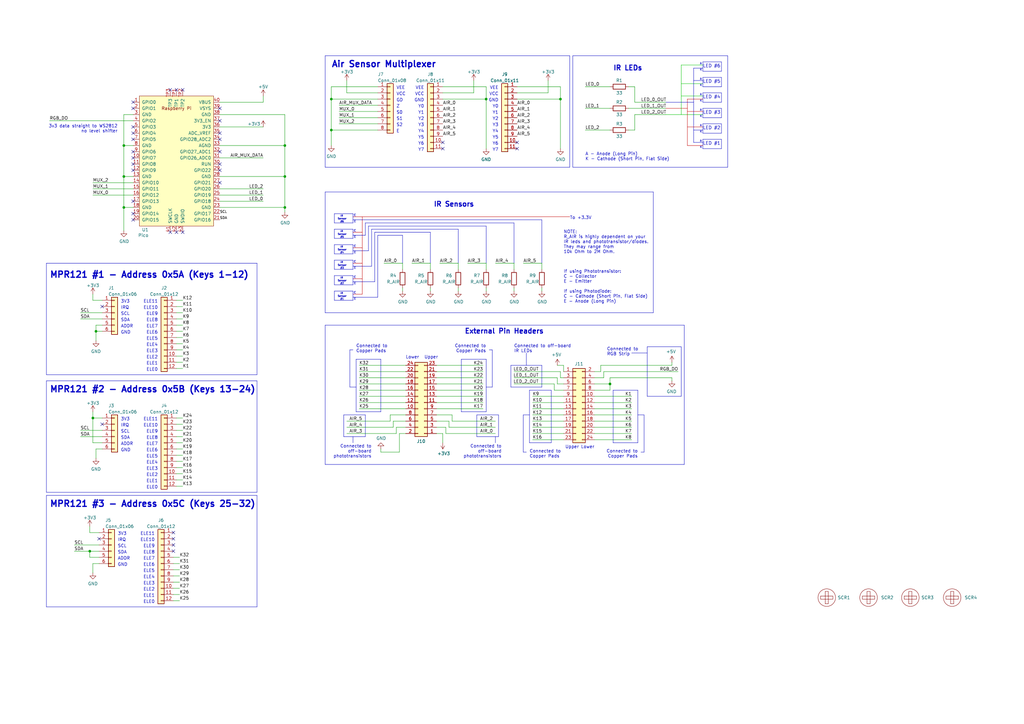
<source format=kicad_sch>
(kicad_sch (version 20230121) (generator eeschema)
  (paper "A3")
  (junction (at 39.37 135.89))
  (junction (at 135.89 40.64))
  (junction (at 50.8 72.39))
  (junction (at 135.89 53.34))
  (junction (at 50.8 59.69))
  (junction (at 116.84 59.69))
  (junction (at 199.39 40.64))
  (junction (at 50.8 85.09))
  (junction (at 38.1 171.45))
  (junction (at 116.84 72.39))
  (junction (at 116.84 85.09))
  (junction (at 229.87 40.64))
  (junction (at 250.19 157.48))
  (junction (at 36.83 226.06))
  (no_connect (at 54.61 87.63))
  (no_connect (at 90.17 44.45))
  (no_connect (at 212.09 60.96))
  (no_connect (at 54.61 67.31))
  (no_connect (at 40.64 220.98))
  (no_connect (at 54.61 41.91))
  (no_connect (at 41.91 173.99))
  (no_connect (at 54.61 44.45))
  (no_connect (at 72.39 95.25))
  (no_connect (at 54.61 64.77))
  (no_connect (at 181.61 60.96))
  (no_connect (at 90.17 54.61))
  (no_connect (at 90.17 57.15))
  (no_connect (at 71.12 226.06))
  (no_connect (at 71.12 220.98))
  (no_connect (at 90.17 69.85))
  (no_connect (at 212.09 58.42))
  (no_connect (at 54.61 82.55))
  (no_connect (at 54.61 54.61))
  (no_connect (at 72.39 36.83))
  (no_connect (at 71.12 218.44))
  (no_connect (at 71.12 223.52))
  (no_connect (at 181.61 58.42))
  (no_connect (at 69.85 36.83))
  (no_connect (at 90.17 49.53))
  (no_connect (at 54.61 69.85))
  (no_connect (at 54.61 57.15))
  (no_connect (at 90.17 74.93))
  (no_connect (at 90.17 62.23))
  (no_connect (at 69.85 95.25))
  (no_connect (at 54.61 90.17))
  (no_connect (at 54.61 62.23))
  (no_connect (at 74.93 95.25))
  (no_connect (at 74.93 36.83))
  (no_connect (at 41.91 125.73))
  (no_connect (at 90.17 67.31))
  (no_connect (at 54.61 52.07))
  (polyline (pts (xy 144.78 97.79) (xy 144.78 93.98)))
  (wire (pts (xy 166.37 175.26) (xy 162.56 175.26)))
  (wire (pts (xy 41.91 133.35) (xy 39.37 133.35)))
  (wire (pts (xy 160.02 172.72) (xy 142.24 172.72)))
  (wire (pts (xy 38.1 77.47) (xy 54.61 77.47)))
  (wire (pts (xy 72.39 128.27) (xy 74.93 128.27)))
  (wire (pts (xy 229.87 40.64) (xy 229.87 35.56)))
  (polyline (pts (xy 19.05 107.95) (xy 19.05 153.67)))
  (wire (pts (xy 135.89 59.69) (xy 135.89 53.34)))
  (wire (pts (xy 229.87 35.56) (xy 212.09 35.56)))
  (wire (pts (xy 229.87 60.96) (xy 229.87 40.64)))
  (polyline (pts (xy 143.51 143.51) (xy 143.51 158.75)))
  (wire (pts (xy 90.17 85.09) (xy 116.84 85.09)))
  (wire (pts (xy 246.38 149.86) (xy 275.59 149.86)))
  (polyline (pts (xy 137.16 110.49) (xy 137.16 106.68)))
  (wire (pts (xy 243.84 165.1) (xy 259.08 165.1)))
  (wire (pts (xy 168.91 107.95) (xy 176.53 107.95)))
  (polyline (pts (xy 144.78 102.87) (xy 151.13 102.87)))
  (wire (pts (xy 71.12 228.6) (xy 73.66 228.6)))
  (polyline (pts (xy 137.16 116.84) (xy 137.16 113.03)))
  (polyline (pts (xy 295.91 54.61) (xy 295.91 50.8)))
  (polyline (pts (xy 149.86 91.44) (xy 210.82 91.44)))
  (polyline (pts (xy 105.41 107.95) (xy 105.41 153.67)))
  (polyline (pts (xy 234.95 22.86) (xy 298.45 22.86)))
  (polyline (pts (xy 144.78 115.57) (xy 153.67 115.57)))
  (polyline (pts (xy 273.05 44.45) (xy 281.94 44.45)) (stroke (width 0) (color 194 0 0 1)))
  (wire (pts (xy 250.19 160.02) (xy 250.19 157.48)))
  (polyline (pts (xy 19.05 201.93) (xy 105.41 201.93)))
  (polyline (pts (xy 267.97 128.27) (xy 133.35 128.27)))
  (polyline (pts (xy 149.86 96.52) (xy 149.86 91.44)))
  (polyline (pts (xy 137.16 116.84) (xy 144.78 116.84)))
  (polyline (pts (xy 156.21 147.32) (xy 156.21 168.91)))
  (wire (pts (xy 33.02 176.53) (xy 41.91 176.53)))
  (wire (pts (xy 180.34 107.95) (xy 187.96 107.95)))
  (polyline (pts (xy 19.05 156.21) (xy 19.05 201.93)))
  (polyline (pts (xy 288.29 48.26) (xy 295.91 48.26)))
  (wire (pts (xy 165.1 119.38) (xy 165.1 118.11)))
  (polyline (pts (xy 176.53 95.25) (xy 176.53 107.95)))
  (wire (pts (xy 166.37 177.8) (xy 163.83 177.8)))
  (polyline (pts (xy 144.78 95.25) (xy 148.59 95.25)) (stroke (width 0) (color 194 0 0 1)))
  (wire (pts (xy 166.37 170.18) (xy 160.02 170.18)))
  (polyline (pts (xy 262.89 185.42) (xy 264.16 185.42)))
  (polyline (pts (xy 222.25 149.86) (xy 209.55 149.86)))
  (polyline (pts (xy 222.25 158.75) (xy 222.25 149.86)))
  (polyline (pts (xy 195.58 170.18) (xy 195.58 179.07)))
  (wire (pts (xy 176.53 107.95) (xy 176.53 110.49)))
  (wire (pts (xy 275.59 149.86) (xy 275.59 148.59)))
  (polyline (pts (xy 288.29 33.02) (xy 284.48 33.02)))
  (polyline (pts (xy 288.29 60.96) (xy 288.29 57.15)))
  (polyline (pts (xy 288.29 54.61) (xy 295.91 54.61)))
  (wire (pts (xy 72.39 140.97) (xy 74.93 140.97)))
  (polyline (pts (xy 215.9 185.42) (xy 214.63 185.42)))
  (polyline (pts (xy 295.91 31.75) (xy 288.29 31.75)))
  (wire (pts (xy 50.8 85.09) (xy 50.8 94.615)))
  (wire (pts (xy 243.84 177.8) (xy 259.08 177.8)))
  (polyline (pts (xy 281.94 59.69) (xy 281.94 40.64)) (stroke (width 0) (color 194 0 0 1)))
  (wire (pts (xy 139.065 48.26) (xy 154.94 48.26)))
  (wire (pts (xy 90.17 52.07) (xy 107.95 52.07)))
  (polyline (pts (xy 288.29 39.37) (xy 279.4 39.37)) (stroke (width 0) (color 0 194 0 1)))
  (wire (pts (xy 33.02 130.81) (xy 41.91 130.81)))
  (wire (pts (xy 38.1 171.45) (xy 38.1 181.61)))
  (wire (pts (xy 54.61 46.99) (xy 50.8 46.99)))
  (polyline (pts (xy 261.62 160.02) (xy 251.46 160.02)))
  (polyline (pts (xy 251.46 181.61) (xy 251.46 160.02)))
  (wire (pts (xy 260.35 46.99) (xy 273.05 46.99)))
  (wire (pts (xy 72.39 184.15) (xy 74.93 184.15)))
  (wire (pts (xy 243.84 172.72) (xy 259.08 172.72)))
  (wire (pts (xy 182.88 175.26) (xy 182.88 177.8)))
  (wire (pts (xy 231.14 162.56) (xy 218.44 162.56)))
  (polyline (pts (xy 214.63 170.18) (xy 217.17 170.18)))
  (polyline (pts (xy 234.95 22.86) (xy 234.95 68.58)))
  (wire (pts (xy 224.79 33.02) (xy 224.79 38.1)))
  (polyline (pts (xy 295.91 25.4) (xy 288.29 25.4)))
  (wire (pts (xy 107.95 77.47) (xy 90.17 77.47)))
  (wire (pts (xy 246.38 152.4) (xy 246.38 149.86)))
  (wire (pts (xy 179.07 175.26) (xy 182.88 175.26)))
  (wire (pts (xy 72.39 173.99) (xy 74.93 173.99)))
  (wire (pts (xy 30.48 226.06) (xy 36.83 226.06)))
  (polyline (pts (xy 295.91 38.1) (xy 288.29 38.1)))
  (wire (pts (xy 38.1 120.65) (xy 38.1 123.19)))
  (wire (pts (xy 243.84 180.34) (xy 259.08 180.34)))
  (wire (pts (xy 161.29 172.72) (xy 161.29 175.26)))
  (wire (pts (xy 147.32 165.1) (xy 166.37 165.1)))
  (polyline (pts (xy 265.43 162.56) (xy 265.43 142.24)))
  (wire (pts (xy 260.35 41.91) (xy 273.05 41.91)))
  (polyline (pts (xy 199.39 92.71) (xy 199.39 107.95)))
  (wire (pts (xy 187.96 107.95) (xy 187.96 110.49)))
  (polyline (pts (xy 295.91 44.45) (xy 288.29 44.45)))
  (polyline (pts (xy 144.78 100.33) (xy 137.16 100.33)))
  (wire (pts (xy 231.14 160.02) (xy 227.33 160.02)))
  (wire (pts (xy 147.32 162.56) (xy 166.37 162.56)))
  (polyline (pts (xy 144.78 110.49) (xy 144.78 106.68)))
  (wire (pts (xy 72.39 130.81) (xy 74.93 130.81)))
  (polyline (pts (xy 280.67 190.5) (xy 133.35 190.5)))
  (wire (pts (xy 33.02 128.27) (xy 41.91 128.27)))
  (polyline (pts (xy 288.29 53.34) (xy 284.48 53.34)))
  (polyline (pts (xy 149.86 170.18) (xy 140.97 170.18)))
  (wire (pts (xy 39.37 139.7) (xy 39.37 135.89)))
  (polyline (pts (xy 201.93 143.51) (xy 201.93 158.75)))
  (polyline (pts (xy 280.67 133.35) (xy 280.67 190.5)))
  (wire (pts (xy 36.83 226.06) (xy 36.83 228.6)))
  (polyline (pts (xy 204.47 170.18) (xy 195.58 170.18)))
  (polyline (pts (xy 144.78 109.22) (xy 152.4 109.22)))
  (wire (pts (xy 39.37 187.96) (xy 39.37 184.15)))
  (polyline (pts (xy 137.16 97.79) (xy 137.16 93.98)))
  (polyline (pts (xy 288.29 60.96) (xy 295.91 60.96)))
  (polyline (pts (xy 144.78 113.03) (xy 137.16 113.03)))
  (polyline (pts (xy 204.47 179.07) (xy 204.47 170.18)))
  (wire (pts (xy 198.12 160.02) (xy 179.07 160.02)))
  (wire (pts (xy 72.39 194.31) (xy 74.93 194.31)))
  (polyline (pts (xy 288.29 52.07) (xy 281.94 52.07)) (stroke (width 0) (color 194 0 0 1)))
  (wire (pts (xy 181.61 40.64) (xy 199.39 40.64)))
  (wire (pts (xy 72.39 199.39) (xy 74.93 199.39)))
  (wire (pts (xy 198.12 152.4) (xy 179.07 152.4)))
  (wire (pts (xy 139.065 45.72) (xy 154.94 45.72)))
  (polyline (pts (xy 137.16 91.44) (xy 144.78 91.44)))
  (wire (pts (xy 36.83 228.6) (xy 40.64 228.6)))
  (wire (pts (xy 38.1 171.45) (xy 41.91 171.45)))
  (wire (pts (xy 179.07 177.8) (xy 181.61 177.8)))
  (polyline (pts (xy 234.95 68.58) (xy 298.45 68.58)))
  (polyline (pts (xy 19.05 107.95) (xy 105.41 107.95)))
  (wire (pts (xy 72.39 133.35) (xy 74.93 133.35)))
  (wire (pts (xy 90.17 41.91) (xy 107.95 41.91)))
  (wire (pts (xy 231.14 154.94) (xy 229.87 154.94)))
  (wire (pts (xy 156.21 185.42) (xy 156.21 184.15)))
  (wire (pts (xy 191.77 107.95) (xy 199.39 107.95)))
  (wire (pts (xy 231.14 172.72) (xy 218.44 172.72)))
  (polyline (pts (xy 189.23 147.32) (xy 189.23 168.91)))
  (wire (pts (xy 142.24 38.1) (xy 154.94 38.1)))
  (wire (pts (xy 243.84 157.48) (xy 250.19 157.48)))
  (wire (pts (xy 90.17 46.99) (xy 116.84 46.99)))
  (wire (pts (xy 38.1 231.14) (xy 40.64 231.14)))
  (polyline (pts (xy 267.97 78.74) (xy 133.35 78.74)))
  (wire (pts (xy 71.12 233.68) (xy 73.66 233.68)))
  (polyline (pts (xy 210.82 91.44) (xy 210.82 107.95)))
  (polyline (pts (xy 288.29 58.42) (xy 284.48 58.42)))
  (polyline (pts (xy 19.05 156.21) (xy 105.41 156.21)))
  (wire (pts (xy 72.39 179.07) (xy 74.93 179.07)))
  (wire (pts (xy 72.39 138.43) (xy 74.93 138.43)))
  (polyline (pts (xy 279.4 46.99) (xy 279.4 26.67)) (stroke (width 0) (color 0 194 0 1)))
  (wire (pts (xy 71.12 236.22) (xy 73.66 236.22)))
  (polyline (pts (xy 264.16 185.42) (xy 264.16 170.18)))
  (wire (pts (xy 162.56 177.8) (xy 142.24 177.8)))
  (wire (pts (xy 231.14 165.1) (xy 218.44 165.1)))
  (wire (pts (xy 229.87 154.94) (xy 229.87 152.4)))
  (wire (pts (xy 243.84 154.94) (xy 247.65 154.94)))
  (polyline (pts (xy 152.4 93.98) (xy 187.96 93.98)))
  (polyline (pts (xy 284.48 27.94) (xy 288.29 27.94)))
  (polyline (pts (xy 137.16 91.44) (xy 137.16 87.63)))
  (polyline (pts (xy 137.16 104.14) (xy 137.16 100.33)))
  (polyline (pts (xy 298.45 68.58) (xy 298.45 22.86)))
  (polyline (pts (xy 233.68 68.58) (xy 133.35 68.58)))
  (wire (pts (xy 250.19 53.34) (xy 240.03 53.34)))
  (wire (pts (xy 147.32 160.02) (xy 166.37 160.02)))
  (wire (pts (xy 231.14 149.86) (xy 228.6 149.86)))
  (polyline (pts (xy 144.78 96.52) (xy 149.86 96.52)))
  (wire (pts (xy 72.39 189.23) (xy 74.93 189.23)))
  (polyline (pts (xy 144.78 101.6) (xy 148.59 101.6)) (stroke (width 0) (color 194 0 0 1)))
  (wire (pts (xy 228.6 157.48) (xy 228.6 154.94)))
  (wire (pts (xy 38.1 74.93) (xy 54.61 74.93)))
  (polyline (pts (xy 209.55 158.75) (xy 209.55 149.86)))
  (polyline (pts (xy 146.05 147.32) (xy 156.21 147.32)))
  (wire (pts (xy 231.14 167.64) (xy 218.44 167.64)))
  (wire (pts (xy 71.12 231.14) (xy 73.66 231.14)))
  (wire (pts (xy 199.39 60.96) (xy 199.39 40.64)))
  (wire (pts (xy 231.14 152.4) (xy 231.14 149.86)))
  (polyline (pts (xy 151.13 92.71) (xy 199.39 92.71)))
  (wire (pts (xy 198.12 167.64) (xy 179.07 167.64)))
  (polyline (pts (xy 284.48 58.42) (xy 284.48 27.94)))
  (polyline (pts (xy 279.4 162.56) (xy 279.4 142.24)))
  (polyline (pts (xy 281.94 40.64) (xy 288.29 40.64)) (stroke (width 0) (color 194 0 0 1)))
  (polyline (pts (xy 144.78 116.84) (xy 144.78 113.03)))
  (polyline (pts (xy 144.78 88.9) (xy 233.68 88.9)) (stroke (width 0) (color 194 0 0 1)))
  (polyline (pts (xy 140.97 170.18) (xy 140.97 179.07)))
  (wire (pts (xy 72.39 196.85) (xy 74.93 196.85)))
  (polyline (pts (xy 288.29 35.56) (xy 295.91 35.56)))
  (wire (pts (xy 71.12 246.38) (xy 73.66 246.38)))
  (wire (pts (xy 199.39 40.64) (xy 199.39 35.56)))
  (polyline (pts (xy 144.78 123.19) (xy 144.78 119.38)))
  (wire (pts (xy 50.8 72.39) (xy 54.61 72.39)))
  (polyline (pts (xy 144.78 90.17) (xy 222.25 90.17)))
  (polyline (pts (xy 273.05 41.91) (xy 284.48 41.91)))
  (polyline (pts (xy 144.78 143.51) (xy 143.51 143.51)))
  (polyline (pts (xy 226.06 181.61) (xy 226.06 160.02)))
  (polyline (pts (xy 105.41 156.21) (xy 105.41 201.93)))
  (wire (pts (xy 260.35 35.56) (xy 260.35 41.91)))
  (wire (pts (xy 250.19 35.56) (xy 240.03 35.56)))
  (wire (pts (xy 243.84 162.56) (xy 259.08 162.56)))
  (polyline (pts (xy 222.25 158.75) (xy 209.55 158.75)))
  (polyline (pts (xy 279.4 26.67) (xy 288.29 26.67)) (stroke (width 0) (color 0 194 0 1)))
  (wire (pts (xy 116.84 85.09) (xy 116.84 86.995)))
  (wire (pts (xy 198.12 162.56) (xy 179.07 162.56)))
  (wire (pts (xy 165.1 107.95) (xy 165.1 110.49)))
  (wire (pts (xy 157.48 107.95) (xy 165.1 107.95)))
  (polyline (pts (xy 105.41 203.2) (xy 105.41 248.92)))
  (wire (pts (xy 107.95 80.01) (xy 90.17 80.01)))
  (polyline (pts (xy 233.68 22.86) (xy 233.68 68.58)))
  (wire (pts (xy 203.2 175.26) (xy 184.15 175.26)))
  (polyline (pts (xy 133.35 133.35) (xy 133.35 190.5)))
  (polyline (pts (xy 295.91 29.21) (xy 295.91 25.4)))
  (wire (pts (xy 72.39 123.19) (xy 74.93 123.19)))
  (polyline (pts (xy 140.97 179.07) (xy 149.86 179.07)))
  (polyline (pts (xy 295.91 35.56) (xy 295.91 31.75)))
  (polyline (pts (xy 19.05 248.92) (xy 105.41 248.92)))
  (wire (pts (xy 210.82 157.48) (xy 227.33 157.48)))
  (wire (pts (xy 139.065 43.18) (xy 154.94 43.18)))
  (wire (pts (xy 163.83 185.42) (xy 156.21 185.42)))
  (wire (pts (xy 50.8 85.09) (xy 54.61 85.09)))
  (polyline (pts (xy 295.91 60.96) (xy 295.91 57.15)))
  (wire (pts (xy 161.29 175.26) (xy 142.24 175.26)))
  (wire (pts (xy 184.15 172.72) (xy 184.15 175.26)))
  (wire (pts (xy 36.83 226.06) (xy 40.64 226.06)))
  (polyline (pts (xy 195.58 179.07) (xy 204.47 179.07)))
  (wire (pts (xy 72.39 143.51) (xy 74.93 143.51)))
  (wire (pts (xy 38.1 123.19) (xy 41.91 123.19)))
  (wire (pts (xy 231.14 175.26) (xy 218.44 175.26)))
  (polyline (pts (xy 165.1 96.52) (xy 165.1 107.95)))
  (polyline (pts (xy 264.16 170.18) (xy 261.62 170.18)))
  (wire (pts (xy 36.83 215.9) (xy 36.83 218.44)))
  (wire (pts (xy 181.61 181.61) (xy 181.61 177.8)))
  (wire (pts (xy 203.2 107.95) (xy 210.82 107.95)))
  (wire (pts (xy 243.84 175.26) (xy 259.08 175.26)))
  (polyline (pts (xy 295.91 41.91) (xy 295.91 38.1)))
  (wire (pts (xy 107.95 82.55) (xy 90.17 82.55)))
  (wire (pts (xy 166.37 172.72) (xy 161.29 172.72)))
  (wire (pts (xy 147.32 152.4) (xy 166.37 152.4)))
  (wire (pts (xy 50.8 59.69) (xy 50.8 72.39)))
  (polyline (pts (xy 288.29 48.26) (xy 288.29 44.45)))
  (polyline (pts (xy 201.93 158.75) (xy 199.39 158.75)))
  (wire (pts (xy 162.56 175.26) (xy 162.56 177.8)))
  (polyline (pts (xy 203.2 179.07) (xy 203.2 181.61)))
  (polyline (pts (xy 261.62 181.61) (xy 251.46 181.61)))
  (wire (pts (xy 36.83 218.44) (xy 40.64 218.44)))
  (polyline (pts (xy 187.96 93.98) (xy 187.96 107.95)))
  (wire (pts (xy 107.95 39.37) (xy 107.95 41.91)))
  (wire (pts (xy 90.17 72.39) (xy 116.84 72.39)))
  (wire (pts (xy 199.39 119.38) (xy 199.39 118.11)))
  (wire (pts (xy 147.32 167.64) (xy 166.37 167.64)))
  (polyline (pts (xy 143.51 158.75) (xy 146.05 158.75)))
  (wire (pts (xy 116.84 72.39) (xy 116.84 85.09)))
  (wire (pts (xy 39.37 135.89) (xy 41.91 135.89)))
  (polyline (pts (xy 199.39 168.91) (xy 189.23 168.91)))
  (wire (pts (xy 135.89 40.64) (xy 135.89 53.34)))
  (wire (pts (xy 72.39 186.69) (xy 74.93 186.69)))
  (wire (pts (xy 72.39 181.61) (xy 74.93 181.61)))
  (polyline (pts (xy 144.78 106.68) (xy 137.16 106.68)))
  (wire (pts (xy 231.14 170.18) (xy 218.44 170.18)))
  (wire (pts (xy 243.84 170.18) (xy 259.08 170.18)))
  (wire (pts (xy 71.12 243.84) (xy 73.66 243.84)))
  (wire (pts (xy 194.31 33.02) (xy 194.31 38.1)))
  (wire (pts (xy 147.32 149.86) (xy 166.37 149.86)))
  (wire (pts (xy 72.39 191.77) (xy 74.93 191.77)))
  (polyline (pts (xy 144.78 179.07) (xy 144.78 181.61)))
  (wire (pts (xy 222.25 119.38) (xy 222.25 118.11)))
  (polyline (pts (xy 288.29 59.69) (xy 281.94 59.69)) (stroke (width 0) (color 194 0 0 1)))
  (wire (pts (xy 210.82 107.95) (xy 210.82 110.49)))
  (wire (pts (xy 210.82 154.94) (xy 228.6 154.94)))
  (polyline (pts (xy 217.17 181.61) (xy 217.17 160.02)))
  (polyline (pts (xy 151.13 102.87) (xy 151.13 92.71)))
  (wire (pts (xy 179.07 170.18) (xy 185.42 170.18)))
  (polyline (pts (xy 146.05 168.91) (xy 156.21 168.91)))
  (polyline (pts (xy 144.78 87.63) (xy 137.16 87.63)))
  (wire (pts (xy 72.39 146.05) (xy 74.93 146.05)))
  (wire (pts (xy 210.82 119.38) (xy 210.82 118.11)))
  (wire (pts (xy 135.89 35.56) (xy 154.94 35.56)))
  (wire (pts (xy 246.38 152.4) (xy 243.84 152.4)))
  (wire (pts (xy 163.83 177.8) (xy 163.83 185.42)))
  (polyline (pts (xy 259.08 144.78) (xy 265.43 144.78)))
  (wire (pts (xy 72.39 151.13) (xy 74.93 151.13)))
  (wire (pts (xy 50.8 59.69) (xy 54.61 59.69)))
  (polyline (pts (xy 288.29 41.91) (xy 295.91 41.91)))
  (wire (pts (xy 72.39 176.53) (xy 74.93 176.53)))
  (wire (pts (xy 142.24 33.02) (xy 142.24 38.1)))
  (polyline (pts (xy 19.05 203.2) (xy 19.05 248.92)))
  (polyline (pts (xy 148.59 120.65) (xy 148.59 88.9)) (stroke (width 0) (color 194 0 0 1)))
  (polyline (pts (xy 144.78 104.14) (xy 144.78 100.33)))
  (polyline (pts (xy 133.35 133.35) (xy 280.67 133.35)))
  (wire (pts (xy 199.39 107.95) (xy 199.39 110.49)))
  (wire (pts (xy 71.12 241.3) (xy 73.66 241.3)))
  (polyline (pts (xy 144.78 121.92) (xy 154.94 121.92)))
  (polyline (pts (xy 149.86 179.07) (xy 149.86 170.18)))
  (wire (pts (xy 227.33 160.02) (xy 227.33 157.48)))
  (wire (pts (xy 198.12 154.94) (xy 179.07 154.94)))
  (wire (pts (xy 160.02 170.18) (xy 160.02 172.72)))
  (polyline (pts (xy 267.97 128.27) (xy 267.97 78.74)))
  (polyline (pts (xy 144.78 91.44) (xy 144.78 87.63)))
  (wire (pts (xy 187.96 119.38) (xy 187.96 118.11)))
  (polyline (pts (xy 215.9 144.78) (xy 215.9 149.86)))
  (polyline (pts (xy 199.39 147.32) (xy 189.23 147.32)))
  (wire (pts (xy 257.81 35.56) (xy 260.35 35.56)))
  (wire (pts (xy 38.1 168.91) (xy 38.1 171.45)))
  (wire (pts (xy 30.48 223.52) (xy 40.64 223.52)))
  (wire (pts (xy 231.14 157.48) (xy 228.6 157.48)))
  (wire (pts (xy 50.8 72.39) (xy 50.8 85.09)))
  (polyline (pts (xy 261.62 181.61) (xy 261.62 160.02)))
  (polyline (pts (xy 153.67 95.25) (xy 176.53 95.25)))
  (wire (pts (xy 50.8 46.99) (xy 50.8 59.69)))
  (wire (pts (xy 243.84 167.64) (xy 259.08 167.64)))
  (wire (pts (xy 260.35 53.34) (xy 260.35 46.99)))
  (polyline (pts (xy 200.66 143.51) (xy 201.93 143.51)))
  (polyline (pts (xy 154.94 96.52) (xy 165.1 96.52)))
  (polyline (pts (xy 152.4 109.22) (xy 152.4 93.98)))
  (wire (pts (xy 214.63 107.95) (xy 222.25 107.95)))
  (wire (pts (xy 210.82 152.4) (xy 229.87 152.4)))
  (wire (pts (xy 198.12 157.48) (xy 179.07 157.48)))
  (wire (pts (xy 257.81 44.45) (xy 273.05 44.45)))
  (wire (pts (xy 257.81 53.34) (xy 260.35 53.34)))
  (polyline (pts (xy 144.78 93.98) (xy 137.16 93.98)))
  (wire (pts (xy 20.32 49.53) (xy 54.61 49.53)))
  (wire (pts (xy 71.12 238.76) (xy 73.66 238.76)))
  (wire (pts (xy 231.14 180.34) (xy 218.44 180.34)))
  (wire (pts (xy 250.19 154.94) (xy 275.59 154.94)))
  (wire (pts (xy 275.59 154.94) (xy 275.59 156.21)))
  (polyline (pts (xy 144.78 119.38) (xy 137.16 119.38)))
  (wire (pts (xy 39.37 184.15) (xy 41.91 184.15)))
  (polyline (pts (xy 265.43 142.24) (xy 279.4 142.24)))
  (wire (pts (xy 212.09 40.64) (xy 229.87 40.64)))
  (polyline (pts (xy 144.78 114.3) (xy 148.59 114.3)) (stroke (width 0) (color 194 0 0 1)))
  (polyline (pts (xy 137.16 110.49) (xy 144.78 110.49)))
  (polyline (pts (xy 295.91 50.8) (xy 288.29 50.8)))
  (polyline (pts (xy 288.29 34.29) (xy 279.4 34.29)) (stroke (width 0) (color 0 194 0 1)))
  (polyline (pts (xy 288.29 29.21) (xy 295.91 29.21)))
  (polyline (pts (xy 153.67 115.57) (xy 153.67 95.25)))
  (polyline (pts (xy 265.43 162.56) (xy 279.4 162.56)))
  (polyline (pts (xy 217.17 160.02) (xy 226.06 160.02)))
  (wire (pts (xy 39.37 133.35) (xy 39.37 135.89)))
  (wire (pts (xy 194.31 38.1) (xy 181.61 38.1)))
  (polyline (pts (xy 19.05 203.2) (xy 105.41 203.2)))
  (wire (pts (xy 250.19 157.48) (xy 250.19 154.94)))
  (wire (pts (xy 33.02 179.07) (xy 41.91 179.07)))
  (wire (pts (xy 182.88 177.8) (xy 203.2 177.8)))
  (polyline (pts (xy 199.39 147.32) (xy 199.39 168.91)))
  (wire (pts (xy 38.1 234.95) (xy 38.1 231.14)))
  (wire (pts (xy 107.95 64.77) (xy 90.17 64.77)))
  (polyline (pts (xy 146.05 147.32) (xy 146.05 168.91)))
  (polyline (pts (xy 295.91 48.26) (xy 295.91 44.45)))
  (wire (pts (xy 139.065 50.8) (xy 154.94 50.8)))
  (polyline (pts (xy 137.16 123.19) (xy 144.78 123.19)))
  (polyline (pts (xy 154.94 121.92) (xy 154.94 96.52)))
  (wire (pts (xy 250.19 44.45) (xy 240.03 44.45)))
  (polyline (pts (xy 133.35 22.86) (xy 233.68 22.86)))
  (polyline (pts (xy 133.35 22.86) (xy 133.35 68.58)))
  (wire (pts (xy 185.42 170.18) (xy 185.42 172.72)))
  (wire (pts (xy 231.14 177.8) (xy 218.44 177.8)))
  (polyline (pts (xy 133.35 78.74) (xy 133.35 128.27)))
  (wire (pts (xy 198.12 149.86) (xy 179.07 149.86)))
  (wire (pts (xy 72.39 135.89) (xy 74.93 135.89)))
  (polyline (pts (xy 144.78 107.95) (xy 148.59 107.95)) (stroke (width 0) (color 194 0 0 1)))
  (wire (pts (xy 176.53 119.38) (xy 176.53 118.11)))
  (polyline (pts (xy 288.29 45.72) (xy 281.94 45.72)) (stroke (width 0) (color 194 0 0 1)))
  (wire (pts (xy 247.65 152.4) (xy 278.13 152.4)))
  (wire (pts (xy 224.79 38.1) (xy 212.09 38.1)))
  (polyline (pts (xy 214.63 185.42) (xy 214.63 170.18)))
  (polyline (pts (xy 288.29 41.91) (xy 288.29 38.1)))
  (polyline (pts (xy 137.16 104.14) (xy 144.78 104.14)))
  (wire (pts (xy 243.84 160.02) (xy 250.19 160.02)))
  (wire (pts (xy 38.1 80.01) (xy 54.61 80.01)))
  (wire (pts (xy 222.25 107.95) (xy 222.25 110.49)))
  (polyline (pts (xy 144.78 120.65) (xy 148.59 120.65)) (stroke (width 0) (color 194 0 0 1)))
  (polyline (pts (xy 222.25 90.17) (xy 222.25 107.95)))
  (wire (pts (xy 116.84 59.69) (xy 116.84 72.39)))
  (wire (pts (xy 72.39 171.45) (xy 74.93 171.45)))
  (wire (pts (xy 116.84 46.99) (xy 116.84 59.69)))
  (wire (pts (xy 135.89 53.34) (xy 154.94 53.34)))
  (wire (pts (xy 90.17 59.69) (xy 116.84 59.69)))
  (wire (pts (xy 135.89 35.56) (xy 135.89 40.64)))
  (polyline (pts (xy 217.17 181.61) (xy 226.06 181.61)))
  (wire (pts (xy 179.07 172.72) (xy 184.15 172.72)))
  (polyline (pts (xy 295.91 57.15) (xy 288.29 57.15)))
  (wire (pts (xy 154.94 40.64) (xy 135.89 40.64)))
  (wire (pts (xy 38.1 181.61) (xy 41.91 181.61)))
  (polyline (pts (xy 273.05 46.99) (xy 288.29 46.99)) (stroke (width 0) (color 0 194 0 1)))
  (wire (pts (xy 147.32 157.48) (xy 166.37 157.48)))
  (polyline (pts (xy 288.29 29.21) (xy 288.29 25.4)))
  (polyline (pts (xy 288.29 54.61) (xy 288.29 50.8)))
  (polyline (pts (xy 137.16 123.19) (xy 137.16 119.38)))
  (polyline (pts (xy 137.16 97.79) (xy 144.78 97.79)))
  (wire (pts (xy 72.39 125.73) (xy 74.93 125.73)))
  (wire (pts (xy 247.65 154.94) (xy 247.65 152.4)))
  (wire (pts (xy 147.32 154.94) (xy 166.37 154.94)))
  (wire (pts (xy 198.12 165.1) (xy 179.07 165.1)))
  (polyline (pts (xy 19.05 153.67) (xy 105.41 153.67)))
  (wire (pts (xy 199.39 35.56) (xy 181.61 35.56)))
  (polyline (pts (xy 288.29 35.56) (xy 288.29 31.75)))
  (wire (pts (xy 72.39 148.59) (xy 74.93 148.59)))
  (wire (pts (xy 203.2 172.72) (xy 185.42 172.72)))
  (text "SCL" (at 49.53 129.54 0) (effects (font (size 1.27 1.27)) (justify left bottom)))
  (text "ELE8" (at 64.77 132.08 0) (effects (font (size 1.27 1.27)) (justify right bottom)))
  (text "C" (at 146.05 95.25 0) (effects (font (size 0.7874 0.7874)) (justify right bottom)))
  (text "A - Anode (Long Pin)\nK - Cathode (Short Pin, Flat Side)" (at 240.03 66.04 0) (effects (font (size 1.27 1.27)) (justify left bottom)))
  (text "A" (at 287.02 33.02 0) (effects (font (size 0.7874 0.7874)) (justify left bottom)))
  (text "ELE5" (at 64.77 139.7 0) (effects (font (size 1.27 1.27)) (justify right bottom)))
  (text "E" (at 162.56 54.61 0) (effects (font (size 1.27 1.27)) (justify left bottom)))
  (text "Lower" (at 243.84 184.15 0) (effects (font (size 1.27 1.27)) (justify right bottom)))
  (text "IR LEDs" (at 251.46 29.21 0) (effects (font (size 2.0066 2.0066) (thickness 0.4013) bold) (justify left bottom)))
  (text "C" (at 146.05 107.95 0) (effects (font (size 0.7874 0.7874)) (justify right bottom)))
  (text "SCL" (at 49.53 177.8 0) (effects (font (size 1.27 1.27)) (justify left bottom)))
  (text "ELE2" (at 63.5 242.57 0) (effects (font (size 1.27 1.27)) (justify right bottom)))
  (text "ELE4" (at 64.77 190.5 0) (effects (font (size 1.27 1.27)) (justify right bottom)))
  (text "A" (at 287.02 52.07 0) (effects (font (size 0.7874 0.7874)) (justify left bottom)))
  (text "A" (at 287.02 26.67 0) (effects (font (size 0.7874 0.7874)) (justify left bottom)))
  (text "ELE8" (at 64.77 180.34 0) (effects (font (size 1.27 1.27)) (justify right bottom)))
  (text "GND\n" (at 48.26 232.41 0) (effects (font (size 1.27 1.27)) (justify left bottom)))
  (text "Air Sensor Multiplexer" (at 135.89 27.94 0) (effects (font (size 2.54 2.54) (thickness 0.508) bold) (justify left bottom)))
  (text "  IR\nSensor\n  #1" (at 138.43 123.19 0) (effects (font (size 0.7112 0.7112)) (justify left bottom)))
  (text "A" (at 287.02 58.42 0) (effects (font (size 0.7874 0.7874)) (justify left bottom)))
  (text "LED #4" (at 288.29 40.64 0) (effects (font (size 1.2954 1.2954)) (justify left bottom)))
  (text "MPR121 #1 - Address 0x5A (Keys 1-12)" (at 20.32 114.3 0) (effects (font (size 2.54 2.54) (thickness 0.508) bold) (justify left bottom)))
  (text "LED #3" (at 288.29 46.99 0) (effects (font (size 1.2954 1.2954)) (justify left bottom)))
  (text "VCC" (at 162.56 39.37 0) (effects (font (size 1.27 1.27)) (justify left bottom)))
  (text "C" (at 146.05 120.65 0) (effects (font (size 0.7874 0.7874)) (justify right bottom)))
  (text "ELE11" (at 64.77 124.46 0) (effects (font (size 1.27 1.27)) (justify right bottom)))
  (text " Connected to\n   off-board\nphototransistors" (at 152.4 187.96 0) (effects (font (size 1.27 1.27)) (justify right bottom)))
  (text "ELE3" (at 64.77 193.04 0) (effects (font (size 1.27 1.27)) (justify right bottom)))
  (text "Y7" (at 204.47 62.23 0) (effects (font (size 1.27 1.27)) (justify right bottom)))
  (text "  IR\nSensor\n  #2" (at 138.43 116.84 0) (effects (font (size 0.7112 0.7112)) (justify left bottom)))
  (text "Connected to\nCopper Pads" (at 261.62 187.96 0) (effects (font (size 1.27 1.27)) (justify right bottom)))
  (text "3V3" (at 48.26 219.71 0) (effects (font (size 1.27 1.27)) (justify left bottom)))
  (text "Y7" (at 173.99 62.23 0) (effects (font (size 1.27 1.27)) (justify right bottom)))
  (text "ELE1" (at 64.77 198.12 0) (effects (font (size 1.27 1.27)) (justify right bottom)))
  (text "Z" (at 162.56 44.45 0) (effects (font (size 1.27 1.27)) (justify left bottom)))
  (text "Connected to\nCopper Pads" (at 217.17 187.96 0) (effects (font (size 1.27 1.27)) (justify left bottom)))
  (text "E" (at 146.05 97.79 0) (effects (font (size 0.7874 0.7874)) (justify right bottom)))
  (text "LED #2" (at 288.29 53.34 0) (effects (font (size 1.2954 1.2954)) (justify left bottom)))
  (text "ELE5" (at 64.77 187.96 0) (effects (font (size 1.27 1.27)) (justify right bottom)))
  (text "Y4" (at 204.47 54.61 0) (effects (font (size 1.27 1.27)) (justify right bottom)))
  (text "Y1" (at 204.47 46.99 0) (effects (font (size 1.27 1.27)) (justify right bottom)))
  (text "ELE6" (at 64.77 185.42 0) (effects (font (size 1.27 1.27)) (justify right bottom)))
  (text "E" (at 146.05 91.44 0) (effects (font (size 0.7874 0.7874)) (justify right bottom)))
  (text "K" (at 287.02 60.96 0) (effects (font (size 0.7874 0.7874)) (justify left bottom)))
  (text "3V3" (at 49.53 124.46 0) (effects (font (size 1.27 1.27)) (justify left bottom)))
  (text "ELE0" (at 63.5 247.65 0) (effects (font (size 1.27 1.27)) (justify right bottom)))
  (text "SDA" (at 48.26 227.33 0) (effects (font (size 1.27 1.27)) (justify left bottom)))
  (text " Connected to\n   off-board\nphototransistors" (at 205.74 187.96 0) (effects (font (size 1.27 1.27)) (justify right bottom)))
  (text "MPR121 #3 - Address 0x5C (Keys 25-32)" (at 20.32 208.28 0) (effects (font (size 2.54 2.54) (thickness 0.508) bold) (justify left bottom)))
  (text "  IR\nSensor\n  #6" (at 138.43 91.44 0) (effects (font (size 0.7112 0.7112)) (justify left bottom)))
  (text "ELE9\n" (at 64.77 129.54 0) (effects (font (size 1.27 1.27)) (justify right bottom)))
  (text "Lower" (at 166.37 147.32 0) (effects (font (size 1.27 1.27)) (justify left bottom)))
  (text "ELE7" (at 64.77 182.88 0) (effects (font (size 1.27 1.27)) (justify right bottom)))
  (text "S2" (at 162.56 52.07 0) (effects (font (size 1.27 1.27)) (justify left bottom)))
  (text "  IR\nSensor\n  #5" (at 138.43 97.79 0) (effects (font (size 0.7112 0.7112)) (justify left bottom)))
  (text "C" (at 146.05 101.6 0) (effects (font (size 0.7874 0.7874)) (justify right bottom)))
  (text "ADDR" (at 49.53 182.88 0) (effects (font (size 1.27 1.27)) (justify left bottom)))
  (text "ELE6" (at 63.5 232.41 0) (effects (font (size 1.27 1.27)) (justify right bottom)))
  (text "  IR\nSensor\n  #3" (at 138.43 110.49 0) (effects (font (size 0.7112 0.7112)) (justify left bottom)))
  (text "E" (at 146.05 123.19 0) (effects (font (size 0.7874 0.7874)) (justify right bottom)))
  (text "K" (at 287.02 48.26 0) (effects (font (size 0.7874 0.7874)) (justify left bottom)))
  (text "C" (at 146.05 114.3 0) (effects (font (size 0.7874 0.7874)) (justify right bottom)))
  (text "ELE2" (at 64.77 147.32 0) (effects (font (size 1.27 1.27)) (justify right bottom)))
  (text "E" (at 146.05 116.84 0) (effects (font (size 0.7874 0.7874)) (justify right bottom)))
  (text "Y2" (at 173.99 49.53 0) (effects (font (size 1.27 1.27)) (justify right bottom)))
  (text "Connected to off-board \nIR LEDs" (at 210.82 144.78 0) (effects (font (size 1.27 1.27)) (justify left bottom)))
  (text "  IR\nSensor\n  #4" (at 138.43 104.14 0) (effects (font (size 0.7112 0.7112)) (justify left bottom)))
  (text "GND\n" (at 49.53 137.16 0) (effects (font (size 1.27 1.27)) (justify left bottom)))
  (text "A" (at 287.02 39.37 0) (effects (font (size 0.7874 0.7874)) (justify left bottom)))
  (text "ELE5" (at 63.5 234.95 0) (effects (font (size 1.27 1.27)) (justify right bottom)))
  (text "Y6" (at 173.99 59.69 0) (effects (font (size 1.27 1.27)) (justify right bottom)))
  (text "Y5" (at 204.47 57.15 0) (effects (font (size 1.27 1.27)) (justify right bottom)))
  (text "ELE0" (at 64.77 200.66 0) (effects (font (size 1.27 1.27)) (justify right bottom)))
  (text "ADDR" (at 48.26 229.87 0) (effects (font (size 1.27 1.27)) (justify left bottom)))
  (text "ELE10" (at 63.5 222.25 0) (effects (font (size 1.27 1.27)) (justify right bottom)))
  (text "SCL" (at 48.26 224.79 0) (effects (font (size 1.27 1.27)) (justify left bottom)))
  (text "ELE4" (at 64.77 142.24 0) (effects (font (size 1.27 1.27)) (justify right bottom)))
  (text "VEE" (at 173.99 36.83 0) (effects (font (size 1.27 1.27)) (justify right bottom)))
  (text "IRQ\n" (at 49.53 175.26 0) (effects (font (size 1.27 1.27)) (justify left bottom)))
  (text "LED #6" (at 288.29 27.94 0) (effects (font (size 1.2954 1.2954)) (justify left bottom)))
  (text "Upper" (at 237.49 184.15 0) (effects (font (size 1.27 1.27)) (justify right bottom)))
  (text "K" (at 287.02 54.61 0) (effects (font (size 0.7874 0.7874)) (justify left bottom)))
  (text "Y2" (at 204.47 49.53 0) (effects (font (size 1.27 1.27)) (justify right bottom)))
  (text "Upper" (at 173.99 147.32 0) (effects (font (size 1.27 1.27)) (justify left bottom)))
  (text "VCC" (at 204.47 39.37 0) (effects (font (size 1.27 1.27)) (justify right bottom)))
  (text "Y4" (at 173.99 54.61 0) (effects (font (size 1.27 1.27)) (justify right bottom)))
  (text "External Pin Headers" (at 190.5 137.16 0) (effects (font (size 2.0066 2.0066) (thickness 0.4013) bold) (justify left bottom)))
  (text "Y5" (at 173.99 57.15 0) (effects (font (size 1.27 1.27)) (justify right bottom)))
  (text "E" (at 146.05 104.14 0) (effects (font (size 0.7874 0.7874)) (justify right bottom)))
  (text "ELE7" (at 64.77 134.62 0) (effects (font (size 1.27 1.27)) (justify right bottom)))
  (text "Y3" (at 204.47 52.07 0) (effects (font (size 1.27 1.27)) (justify right bottom)))
  (text "3V3" (at 49.53 172.72 0) (effects (font (size 1.27 1.27)) (justify left bottom)))
  (text "ELE9\n" (at 63.5 224.79 0) (effects (font (size 1.27 1.27)) (justify right bottom)))
  (text "E" (at 146.05 110.49 0) (effects (font (size 0.7874 0.7874)) (justify right bottom)))
  (text "Connected to\nCopper Pads" (at 199.39 144.78 0) (effects (font (size 1.27 1.27)) (justify right bottom)))
  (text "Y6" (at 204.47 59.69 0) (effects (font (size 1.27 1.27)) (justify right bottom)))
  (text "To +3.3V" (at 233.68 90.17 0) (effects (font (size 1.27 1.27)) (justify left bottom)))
  (text "ADDR" (at 49.53 134.62 0) (effects (font (size 1.27 1.27)) (justify left bottom)))
  (text "LED #1" (at 288.29 59.69 0) (effects (font (size 1.2954 1.2954)) (justify left bottom)))
  (text "Y1" (at 173.99 46.99 0) (effects (font (size 1.27 1.27)) (justify right bottom)))
  (text "Connected to\nRGB Strip" (at 248.92 146.05 0) (effects (font (size 1.27 1.27)) (justify left bottom)))
  (text "IRQ\n" (at 48.26 222.25 0) (effects (font (size 1.27 1.27)) (justify left bottom)))
  (text "ELE10" (at 64.77 127 0) (effects (font (size 1.27 1.27)) (justify right bottom)))
  (text "GND" (at 173.99 41.91 0) (effects (font (size 1.27 1.27)) (justify right bottom)))
  (text "Y0" (at 204.47 44.45 0) (effects (font (size 1.27 1.27)) (justify right bottom)))
  (text "ELE9\n" (at 64.77 177.8 0) (effects (font (size 1.27 1.27)) (justify right bottom)))
  (text "GD" (at 162.56 41.91 0) (effects (font (size 1.27 1.27)) (justify left bottom)))
  (text "SDA" (at 49.53 132.08 0) (effects (font (size 1.27 1.27)) (justify left bottom)))
  (text "ELE1" (at 64.77 149.86 0) (effects (font (size 1.27 1.27)) (justify right bottom)))
  (text "ELE4" (at 63.5 237.49 0) (effects (font (size 1.27 1.27)) (justify right bottom)))
  (text "Y0" (at 173.99 44.45 0) (effects (font (size 1.27 1.27)) (justify right bottom)))
  (text "SDA" (at 49.53 180.34 0) (effects (font (size 1.27 1.27)) (justify left bottom)))
  (text "ELE8" (at 63.5 227.33 0) (effects (font (size 1.27 1.27)) (justify right bottom)))
  (text "ELE1" (at 63.5 245.11 0) (effects (font (size 1.27 1.27)) (justify right bottom)))
  (text "ELE6" (at 64.77 137.16 0) (effects (font (size 1.27 1.27)) (justify right bottom)))
  (text "K" (at 287.02 29.21 0) (effects (font (size 0.7874 0.7874)) (justify left bottom)))
  (text "GND" (at 204.47 41.91 0) (effects (font (size 1.27 1.27)) (justify right bottom)))
  (text "If using Phototransistor:\nC - Collector\nE - Emitter\n\nIf using Photodiode:\nC - Cathode (Short Pin, Flat Side)\nE - Anode (Long Pin)" (at 231.14 124.46 0) (effects (font (size 1.27 1.27)) (justify left bottom)))
  (text "ELE3" (at 64.77 144.78 0) (effects (font (size 1.27 1.27)) (justify right bottom)))
  (text "S1" (at 162.56 49.53 0) (effects (font (size 1.27 1.27)) (justify left bottom)))
  (text "S0" (at 162.56 46.99 0) (effects (font (size 1.27 1.27)) (justify left bottom)))
  (text "GND\n" (at 49.53 185.42 0) (effects (font (size 1.27 1.27)) (justify left bottom)))
  (text "Connected to\nCopper Pads" (at 146.05 144.78 0) (effects (font (size 1.27 1.27)) (justify left bottom)))
  (text "LED #5" (at 288.29 34.29 0) (effects (font (size 1.2954 1.2954)) (justify left bottom)))
  (text "ELE0" (at 64.77 152.4 0) (effects (font (size 1.27 1.27)) (justify right bottom)))
  (text "VCC" (at 173.99 39.37 0) (effects (font (size 1.27 1.27)) (justify right bottom)))
  (text "IRQ\n" (at 49.53 127 0) (effects (font (size 1.27 1.27)) (justify left bottom)))
  (text "C" (at 146.05 88.9 0) (effects (font (size 0.7874 0.7874)) (justify right bottom)))
  (text "ELE3" (at 63.5 240.03 0) (effects (font (size 1.27 1.27)) (justify right bottom)))
  (text "IR Sensors" (at 177.8 85.09 0) (effects (font (size 2.0066 2.0066) (thickness 0.4013) bold) (justify left bottom)))
  (text "A" (at 287.02 45.72 0) (effects (font (size 0.7874 0.7874)) (justify left bottom)))
  (text "ELE10" (at 64.77 175.26 0) (effects (font (size 1.27 1.27)) (justify right bottom)))
  (text "VEE" (at 204.47 36.83 0) (effects (font (size 1.27 1.27)) (justify right bottom)))
  (text "NOTE:\nR_AIR is highly dependent on your \nIR leds and phototransistor/diodes.\nThey may range from \n10k Ohm to 2M Ohm." (at 231.14 104.14 0) (effects (font (size 1.27 1.27)) (justify left bottom)))
  (text "K" (at 287.02 35.56 0) (effects (font (size 0.7874 0.7874)) (justify left bottom)))
  (text "K" (at 287.02 41.91 0) (effects (font (size 0.7874 0.7874)) (justify left bottom)))
  (text "ELE11" (at 64.77 172.72 0) (effects (font (size 1.27 1.27)) (justify right bottom)))
  (text "ELE11" (at 63.5 219.71 0) (effects (font (size 1.27 1.27)) (justify right bottom)))
  (text "Y3" (at 173.99 52.07 0) (effects (font (size 1.27 1.27)) (justify right bottom)))
  (text "3v3 data straight to WS2812\nno level shifter" (at 48.26 54.61 0) (effects (font (size 1.27 1.27)) (justify right bottom)))
  (text "ELE2" (at 64.77 195.58 0) (effects (font (size 1.27 1.27)) (justify right bottom)))
  (text "MPR121 #2 - Address 0x5B (Keys 13-24)" (at 20.32 161.29 0) (effects (font (size 2.54 2.54) (thickness 0.508) bold) (justify left bottom)))
  (text "VEE" (at 162.56 36.83 0) (effects (font (size 1.27 1.27)) (justify left bottom)))
  (text "ELE7" (at 63.5 229.87 0) (effects (font (size 1.27 1.27)) (justify right bottom)))
  (label "K10" (at 74.93 128.27 0))
  (label "K2" (at 74.93 148.59 0))
  (label "K22" (at 198.12 154.94 180))
  (label "K7" (at 259.08 177.8 180))
  (label "K7" (at 74.93 135.89 0))
  (label "K32" (at 73.66 228.6 0))
  (label "AIR_5" (at 181.61 55.88 0))
  (label "K4" (at 74.93 143.51 0))
  (label "K25" (at 73.66 246.38 0))
  (label "AIR_MUX_DATA" (at 107.95 64.77 180))
  (label "K21" (at 74.93 179.07 0))
  (label "AIR_0" (at 196.85 177.8 0))
  (label "K15" (at 74.93 194.31 0))
  (label "K8" (at 74.93 133.35 0))
  (label "AIR_MUX_DATA" (at 139.065 43.18 0))
  (label "K19" (at 198.12 162.56 180))
  (label "AIR_3" (at 191.77 107.95 0))
  (label "AIR_4" (at 181.61 53.34 0))
  (label "SCL" (at 90.17 87.63 0) (effects (font (size 1 1))))
  (label "LED_2_OUT" (at 220.98 157.48 180))
  (label "K18" (at 74.93 186.69 0))
  (label "AIR_3" (at 148.59 177.8 180))
  (label "K27" (at 147.32 162.56 0))
  (label "K4" (at 259.08 170.18 180))
  (label "LED_0" (at 240.03 35.56 0))
  (label "K22" (at 74.93 176.53 0))
  (label "K20" (at 74.93 181.61 0))
  (label "MUX_0" (at 139.065 45.72 0))
  (label "LED_0_OUT" (at 262.89 41.91 0))
  (label "K18" (at 198.12 165.1 180))
  (label "LED_0_OUT" (at 220.98 152.4 180))
  (label "K31" (at 147.32 152.4 0))
  (label "MUX_0" (at 38.1 80.01 0))
  (label "K24" (at 74.93 171.45 0))
  (label "K6" (at 259.08 175.26 180))
  (label "LED_1_OUT" (at 220.98 154.94 180))
  (label "K12" (at 218.44 170.18 0))
  (label "K32" (at 147.32 149.86 0))
  (label "K6" (at 74.93 138.43 0))
  (label "AIR_0" (at 157.48 107.95 0))
  (label "LED_1" (at 240.03 44.45 0))
  (label "AIR_1" (at 181.61 45.72 0))
  (label "MUX_1" (at 139.065 48.26 0))
  (label "SDA" (at 33.02 179.07 0))
  (label "AIR_3" (at 212.09 50.8 0))
  (label "K21" (at 198.12 157.48 180))
  (label "SCL" (at 33.02 128.27 0))
  (label "K19" (at 74.93 184.15 0))
  (label "SDA" (at 33.02 130.81 0))
  (label "K9" (at 218.44 162.56 0))
  (label "K29" (at 147.32 157.48 0))
  (label "K13" (at 74.93 199.39 0))
  (label "K28" (at 73.66 238.76 0))
  (label "K1" (at 259.08 162.56 180))
  (label "K16" (at 74.93 191.77 0))
  (label "AIR_5" (at 148.59 172.72 180))
  (label "LED_0" (at 107.95 82.55 180))
  (label "SCL" (at 33.02 176.53 0))
  (label "AIR_2" (at 212.09 48.26 0))
  (label "AIR_4" (at 212.09 53.34 0))
  (label "K11" (at 74.93 125.73 0))
  (label "K23" (at 74.93 173.99 0))
  (label "MUX_1" (at 38.1 77.47 0))
  (label "AIR_0" (at 181.61 43.18 0))
  (label "MUX_2" (at 38.1 74.93 0))
  (label "K9" (at 74.93 130.81 0))
  (label "K12" (at 74.93 123.19 0))
  (label "SDA" (at 90.17 90.17 0) (effects (font (size 1 1))))
  (label "K11" (at 218.44 167.64 0))
  (label "K1" (at 74.93 151.13 0))
  (label "AIR_4" (at 203.2 107.95 0))
  (label "AIR_4" (at 148.59 175.26 180))
  (label "AIR_3" (at 181.61 50.8 0))
  (label "LED_2" (at 240.03 53.34 0))
  (label "SCL" (at 30.48 223.52 0))
  (label "K26" (at 147.32 165.1 0))
  (label "K8" (at 259.08 180.34 180))
  (label "K29" (at 73.66 236.22 0))
  (label "K13" (at 218.44 172.72 0))
  (label "K3" (at 74.93 146.05 0))
  (label "AIR_5" (at 214.63 107.95 0))
  (label "LED_1_OUT" (at 262.89 44.45 0))
  (label "AIR_5" (at 212.09 55.88 0))
  (label "K3" (at 259.08 167.64 180))
  (label "RGB_DO" (at 278.13 152.4 180))
  (label "K23" (at 198.12 152.4 180))
  (label "LED_1" (at 107.95 80.01 180))
  (label "LED_2" (at 107.95 77.47 180))
  (label "K17" (at 74.93 189.23 0))
  (label "K2" (at 259.08 165.1 180))
  (label "K16" (at 218.44 180.34 0))
  (label "K24" (at 198.12 149.86 180))
  (label "AIR_2" (at 181.61 48.26 0))
  (label "K28" (at 147.32 160.02 0))
  (label "SDA" (at 30.48 226.06 0))
  (label "K14" (at 74.93 196.85 0))
  (label "K17" (at 198.12 167.64 180))
  (label "K25" (at 147.32 167.64 0))
  (label "AIR_0" (at 212.09 43.18 0))
  (label "K26" (at 73.66 243.84 0))
  (label "AIR_1" (at 168.91 107.95 0))
  (label "K31" (at 73.66 231.14 0))
  (label "AIR_2" (at 196.85 172.72 0))
  (label "K27" (at 73.66 241.3 0))
  (label "RGB_DO" (at 20.32 49.53 0))
  (label "AIR_1" (at 212.09 45.72 0))
  (label "AIR_1" (at 196.85 175.26 0))
  (label "K15" (at 218.44 177.8 0))
  (label "K30" (at 147.32 154.94 0))
  (label "K20" (at 198.12 160.02 180))
  (label "K14" (at 218.44 175.26 0))
  (label "K5" (at 259.08 172.72 180))
  (label "K10" (at 218.44 165.1 0))
  (label "AIR_2" (at 180.34 107.95 0))
  (label "MUX_2" (at 139.065 50.8 0))
  (label "K30" (at 73.66 233.68 0))
  (label "LED_2_OUT" (at 262.89 46.99 0))
  (label "K5" (at 74.93 140.97 0))
  (symbol (lib_id "power:GND") (at 199.39 119.38 0) (unit 1)
    (property "Reference" "#PWR020" (effects hide))
    (property "Value" "GND" (at 199.517 123.7742 0))
  )
  (symbol (lib_id "Connector_Generic:Conn_01x12") (at 66.04 231.14 0) (mirror y) (unit 1)
    (property "Reference" "J6" (at 66.04 213.36 0))
    (property "Value" "Conn_01x12" (at 66.04 215.9 0))
    (property "Footprint" "Connector_PinSocket_2.54mm:PinSocket_1x12_P2.54mm_Vertical" (effects hide))
  )
  (symbol (lib_id "power:GND") (at 199.39 60.96 0) (mirror y) (unit 1)
    (property "Reference" "#PWR015" (effects hide))
    (property "Value" "GND" (at 199.39 65.4034 0))
  )
  (symbol (lib_id "power:+5V") (at 107.95 39.37 0) (unit 1)
    (property "Reference" "#PWR023" (effects hide))
    (property "Value" "+5V" (at 107.95 35.56 0))
  )
  (symbol (lib_id "Device:R") (at 176.53 114.3 0) (unit 1)
    (property "Reference" "R5" (at 172.72 113.03 0))
    (property "Value" "R_AIR" (at 172.72 115.57 0))
    (property "Footprint" "Resistor_THT:R_Axial_DIN0204_L3.6mm_D1.6mm_P5.08mm_Horizontal" (effects hide))
  )
  (symbol (lib_id "power:GND") (at 39.37 187.96 0) (unit 1)
    (property "Reference" "#PWR033" (effects hide))
    (property "Value" "GND" (at 39.37 192.4034 0))
  )
  (symbol (lib_id "power:+3V3") (at 142.24 33.02 0) (unit 1)
    (property "Reference" "#PWR08" (effects hide))
    (property "Value" "+3V3" (at 142.24 29.4442 0))
  )
  (symbol (lib_id "iidx_teeny:ScrewHole") (at 390.525 245.11 0) (unit 1)
    (property "Reference" "SCR4" (at 395.605 245.1099 0) (effects (justify left)))
    (property "Value" "ScrewHole" (effects hide))
    (property "Footprint" "MountingHole:MountingHole_3.2mm_M3" (effects hide))
  )
  (symbol (lib_id "power:GND") (at 275.59 156.21 0) (mirror y) (unit 1)
    (property "Reference" "#PWR012" (effects hide))
    (property "Value" "GND" (at 275.463 160.6042 0))
  )
  (symbol (lib_id "power:+3V3") (at 38.1 120.65 0) (unit 1)
    (property "Reference" "#PWR028" (effects hide))
    (property "Value" "+3V3" (at 38.1 117.0742 0))
  )
  (symbol (lib_id "power:GND") (at 187.96 119.38 0) (unit 1)
    (property "Reference" "#PWR019" (effects hide))
    (property "Value" "GND" (at 188.087 123.7742 0))
  )
  (symbol (lib_id "power:GND") (at 38.1 234.95 0) (unit 1)
    (property "Reference" "#PWR031" (effects hide))
    (property "Value" "GND" (at 38.1 239.3934 0))
  )
  (symbol (lib_id "Device:R") (at 199.39 114.3 0) (unit 1)
    (property "Reference" "R7" (at 195.58 113.03 0))
    (property "Value" "R_AIR" (at 195.58 115.57 0))
    (property "Footprint" "Resistor_THT:R_Axial_DIN0204_L3.6mm_D1.6mm_P5.08mm_Horizontal" (effects hide))
  )
  (symbol (lib_id "power:GND") (at 165.1 119.38 0) (unit 1)
    (property "Reference" "#PWR017" (effects hide))
    (property "Value" "GND" (at 165.227 123.7742 0))
  )
  (symbol (lib_id "Device:R") (at 165.1 114.3 0) (unit 1)
    (property "Reference" "R4" (at 161.29 113.03 0))
    (property "Value" "R_AIR" (at 161.29 115.57 0))
    (property "Footprint" "Resistor_THT:R_Axial_DIN0204_L3.6mm_D1.6mm_P5.08mm_Horizontal" (effects hide))
  )
  (symbol (lib_id "power:+3V3") (at 194.31 33.02 0) (mirror y) (unit 1)
    (property "Reference" "#PWR010" (effects hide))
    (property "Value" "+3V3" (at 194.31 29.4442 0))
  )
  (symbol (lib_id "Device:R") (at 210.82 114.3 0) (unit 1)
    (property "Reference" "R8" (at 207.01 113.03 0))
    (property "Value" "R_AIR" (at 207.01 115.57 0))
    (property "Footprint" "Resistor_THT:R_Axial_DIN0204_L3.6mm_D1.6mm_P5.08mm_Horizontal" (effects hide))
  )
  (symbol (lib_id "Connector_Generic:Conn_01x12") (at 67.31 184.15 0) (mirror y) (unit 1)
    (property "Reference" "J4" (at 67.31 166.37 0))
    (property "Value" "Conn_01x12" (at 67.31 168.91 0))
    (property "Footprint" "Connector_PinSocket_2.54mm:PinSocket_1x12_P2.54mm_Vertical" (effects hide))
  )
  (symbol (lib_id "power:+3V3") (at 36.83 215.9 0) (unit 1)
    (property "Reference" "#PWR025" (effects hide))
    (property "Value" "+3V3" (at 36.83 212.3242 0))
  )
  (symbol (lib_id "power:GND") (at 229.87 60.96 0) (mirror y) (unit 1)
    (property "Reference" "#PWR024" (effects hide))
    (property "Value" "GND" (at 229.87 65.4034 0))
  )
  (symbol (lib_id "power:+5V") (at 275.59 148.59 0) (mirror y) (unit 1)
    (property "Reference" "#PWR011" (effects hide))
    (property "Value" "+5V" (at 275.209 144.1958 0))
  )
  (symbol (lib_id "iidx_teeny:ScrewHole") (at 356.235 245.11 0) (unit 1)
    (property "Reference" "SCR2" (at 361.315 245.1099 0) (effects (justify left)))
    (property "Value" "ScrewHole" (effects hide))
    (property "Footprint" "MountingHole:MountingHole_3.2mm_M3" (effects hide))
  )
  (symbol (lib_id "Device:R") (at 187.96 114.3 0) (unit 1)
    (property "Reference" "R6" (at 184.15 113.03 0))
    (property "Value" "R_AIR" (at 184.15 115.57 0))
    (property "Footprint" "Resistor_THT:R_Axial_DIN0204_L3.6mm_D1.6mm_P5.08mm_Horizontal" (effects hide))
  )
  (symbol (lib_id "power:+3V3") (at 224.79 33.02 0) (mirror y) (unit 1)
    (property "Reference" "#PWR016" (effects hide))
    (property "Value" "+3V3" (at 224.79 29.4442 0))
  )
  (symbol (lib_id "iidx_teeny:ScrewHole") (at 339.09 245.11 0) (unit 1)
    (property "Reference" "SCR1" (at 343.535 245.1099 0) (effects (justify left)))
    (property "Value" "ScrewHole" (effects hide))
    (property "Footprint" "MountingHole:MountingHole_3.2mm_M3" (effects hide))
  )
  (symbol (lib_id "Connector_Generic:Conn_01x12") (at 67.31 135.89 0) (mirror y) (unit 1)
    (property "Reference" "J2" (at 67.31 118.11 0))
    (property "Value" "Conn_01x12" (at 67.31 120.65 0))
    (property "Footprint" "Connector_PinSocket_2.54mm:PinSocket_1x12_P2.54mm_Vertical" (effects hide))
  )
  (symbol (lib_id "power:GND") (at 210.82 119.38 0) (unit 1)
    (property "Reference" "#PWR022" (effects hide))
    (property "Value" "GND" (at 210.947 123.7742 0))
  )
  (symbol (lib_id "power:GND") (at 50.8 94.615 0) (unit 1)
    (property "Reference" "#PWR021" (effects hide))
    (property "Value" "GND" (at 50.927 99.0092 0))
  )
  (symbol (lib_id "power:GND") (at 116.84 86.995 0) (unit 1)
    (property "Reference" "#PWR027" (effects hide))
    (property "Value" "GND" (at 116.967 91.3892 0))
  )
  (symbol (lib_id "iidx_teeny:ScrewHole") (at 373.38 245.11 0) (unit 1)
    (property "Reference" "SCR3" (at 377.825 245.1099 0) (effects (justify left)))
    (property "Value" "ScrewHole" (effects hide))
    (property "Footprint" "MountingHole:MountingHole_3.2mm_M3" (effects hide))
  )
  (symbol (lib_id "Device:R") (at 254 35.56 270) (unit 1)
    (property "Reference" "R1" (at 254 33.02 90))
    (property "Value" "33" (at 254 38.1 90))
    (property "Footprint" "Resistor_THT:R_Axial_DIN0204_L3.6mm_D1.6mm_P5.08mm_Horizontal" (effects hide))
  )
  (symbol (lib_id "Device:R") (at 254 53.34 270) (unit 1)
    (property "Reference" "R3" (at 254 50.8 90))
    (property "Value" "33" (at 254 55.88 90))
    (property "Footprint" "Resistor_THT:R_Axial_DIN0204_L3.6mm_D1.6mm_P5.08mm_Horizontal" (effects hide))
  )
  (symbol (lib_id "Connector_Generic:Conn_01x08") (at 160.02 43.18 0) (unit 1)
    (property "Reference" "J7" (at 154.94 30.48 0) (effects (justify left)))
    (property "Value" "Conn_01x08" (at 154.94 33.0169 0) (effects (justify left)))
    (property "Footprint" "Connector_PinSocket_2.54mm:PinSocket_1x08_P2.54mm_Vertical" (effects hide))
  )
  (symbol (lib_id "power:GND") (at 39.37 139.7 0) (unit 1)
    (property "Reference" "#PWR032" (effects hide))
    (property "Value" "GND" (at 39.37 144.1434 0))
  )
  (symbol (lib_id "Connector_Generic:Conn_02x12_Odd_Even") (at 173.99 165.1 180) (unit 1)
    (property "Reference" "J10" (at 172.72 180.975 0))
    (property "Value" "Conn_02x12_Odd_Even" (effects hide))
    (property "Footprint" "Connector_PinHeader_2.54mm:PinHeader_2x12_P2.54mm_Horizontal" (effects hide))
  )
  (symbol (lib_id "power:+3V3") (at 38.1 168.91 0) (unit 1)
    (property "Reference" "#PWR029" (effects hide))
    (property "Value" "+3V3" (at 38.1 165.3342 0))
  )
  (symbol (lib_id "OpeNITHM-rescue:+3.3V-power") (at 181.61 181.61 0) (mirror x) (unit 1)
    (property "Reference" "#PWR013" (effects hide))
    (property "Value" "+3.3V" (at 181.991 186.0042 0))
  )
  (symbol (lib_id "Device:R") (at 222.25 114.3 0) (unit 1)
    (property "Reference" "R9" (at 218.44 113.03 0))
    (property "Value" "R_AIR" (at 218.44 115.57 0))
    (property "Footprint" "Resistor_THT:R_Axial_DIN0204_L3.6mm_D1.6mm_P5.08mm_Horizontal" (effects hide))
  )
  (symbol (lib_id "power:+3V3") (at 107.95 52.07 0) (unit 1)
    (property "Reference" "#PWR026" (effects hide))
    (property "Value" "+3V3" (at 104.14 50.8 0))
  )
  (symbol (lib_id "Connector_Generic:Conn_02x12_Odd_Even") (at 236.22 165.1 0) (unit 1)
    (property "Reference" "J11" (at 237.49 149.225 0))
    (property "Value" "Conn_02x12_Odd_Even" (effects hide))
    (property "Footprint" "Connector_PinHeader_2.54mm:PinHeader_2x12_P2.54mm_Horizontal" (effects hide))
  )
  (symbol (lib_id "power:GND") (at 222.25 119.38 0) (unit 1)
    (property "Reference" "#PWR030" (effects hide))
    (property "Value" "GND" (at 222.377 123.7742 0))
  )
  (symbol (lib_id "power:GND") (at 135.89 59.69 0) (unit 1)
    (property "Reference" "#PWR07" (effects hide))
    (property "Value" "GND" (at 135.89 64.1334 0))
  )
  (symbol (lib_id "Connector_Generic:Conn_01x11") (at 207.01 48.26 0) (mirror y) (unit 1)
    (property "Reference" "J9" (at 207.01 30.48 0))
    (property "Value" "Conn_01x11" (at 207.01 33.02 0))
    (property "Footprint" "Connector_PinSocket_2.54mm:PinSocket_1x11_P2.54mm_Vertical" (effects hide))
  )
  (symbol (lib_id "Device:R") (at 254 44.45 270) (unit 1)
    (property "Reference" "R2" (at 254 41.91 90))
    (property "Value" "33" (at 254 46.99 90))
    (property "Footprint" "Resistor_THT:R_Axial_DIN0204_L3.6mm_D1.6mm_P5.08mm_Horizontal" (effects hide))
  )
  (symbol (lib_id "Connector_Generic:Conn_01x06") (at 46.99 176.53 0) (unit 1)
    (property "Reference" "J3" (at 44.45 166.37 0) (effects (justify left)))
    (property "Value" "Conn_01x06" (at 44.45 168.9069 0) (effects (justify left)))
    (property "Footprint" "Connector_PinSocket_2.54mm:PinSocket_1x06_P2.54mm_Vertical" (effects hide))
  )
  (symbol (lib_id "power:GND") (at 156.21 184.15 0) (mirror x) (unit 1)
    (property "Reference" "#PWR014" (effects hide))
    (property "Value" "GND" (at 156.337 179.7558 0))
  )
  (symbol (lib_id "power:GND") (at 176.53 119.38 0) (unit 1)
    (property "Reference" "#PWR018" (effects hide))
    (property "Value" "GND" (at 176.657 123.7742 0))
  )
  (symbol (lib_id "Connector_Generic:Conn_01x11") (at 176.53 48.26 0) (mirror y) (unit 1)
    (property "Reference" "J8" (at 176.53 30.48 0))
    (property "Value" "Conn_01x11" (at 176.53 33.02 0))
    (property "Footprint" "Connector_PinSocket_2.54mm:PinSocket_1x11_P2.54mm_Vertical" (effects hide))
  )
  (symbol (lib_id "Connector_Generic:Conn_01x06") (at 45.72 223.52 0) (unit 1)
    (property "Reference" "J5" (at 43.18 213.36 0) (effects (justify left)))
    (property "Value" "Conn_01x06" (at 43.18 215.8969 0) (effects (justify left)))
    (property "Footprint" "Connector_PinSocket_2.54mm:PinSocket_1x06_P2.54mm_Vertical" (effects hide))
  )
  (symbol (lib_id "Connector_Generic:Conn_01x06") (at 46.99 128.27 0) (unit 1)
    (property "Reference" "J1" (at 44.45 118.11 0) (effects (justify left)))
    (property "Value" "Conn_01x06" (at 44.45 120.6469 0) (effects (justify left)))
    (property "Footprint" "Connector_PinSocket_2.54mm:PinSocket_1x06_P2.54mm_Vertical" (effects hide))
  )
  (symbol (lib_id "MCU_RaspberryPi_and_Boards:Pico") (at 72.39 66.04 0) (unit 1)
    (property "Reference" "U1" (at 60.96 94.2086 0) (effects (justify right)))
    (property "Value" "Pico" (at 60.96 96.52 0) (effects (justify right)))
    (property "Footprint" "MCU_RaspberryPi_and_Boards:RPi_Pico_SMD_TH" (effects hide))
  )
  (symbol (lib_id "power:+5V") (at 228.6 149.86 0) (mirror y) (unit 1)
    (property "Reference" "#PWR01" (effects hide))
    (property "Value" "+5V" (at 228.219 145.4658 0))
  )
)
</source>
